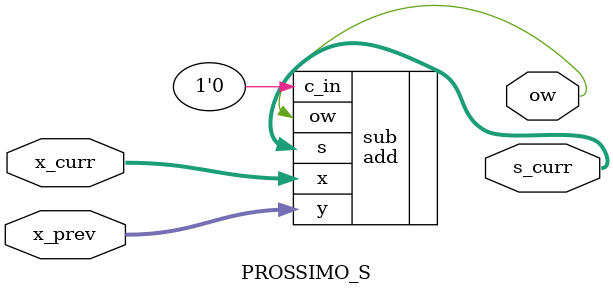
<source format=v>
module ABC(
    rxd, out, signal, ow, clock, reset_
);
    input clock, reset_;
    input rxd;
    output [7:0] out;
    output signal, ow;
    
    reg [7:0] BYTE_CURR, BYTE_PREV;    
    reg [3:0] COUNT_BIT;   // Conta il tempo per cui rxd e' a 0
    reg [2:0] COUNT_BYTE;  // Conta i bit ricevuti
    reg [7:0] OUT;
    reg SIGNAL, OW;
    
    assign out=OUT, signal=SIGNAL, ow=OW;

    wire [7:0] sum;
    wire sum_ow;
    PROSSIMO_S ps (
        .x_curr(BYTE_CURR), .x_prev(BYTE_PREV),
        .s_curr(sum), .ow(sum_ow)
    );

    reg [2:0] STAR;
    localparam S0=0, S1=1, S2=2, S3=3, S4=4;
    
    parameter mark = 1, space = 0;

    always @( reset_==0) #3 
        begin 
            BYTE_CURR <= 0;
            BYTE_PREV <= 0;
            COUNT_BIT <= 0; 
            COUNT_BYTE <= 0;
            STAR <= S0;
        end

    always @(posedge clock) if (reset_==1) #3
        casex(STAR)
            S0: begin 
                SIGNAL <= 0;
                OW <= 0;
                STAR <= (rxd == mark) ? S0 : S1; 
            end
            S1: begin 
                COUNT_BIT <= COUNT_BIT+1; 
                STAR <= (rxd == space) ? S1 : S2;
            end
            S2: begin 
                BYTE_CURR <= {~COUNT_BIT[3], BYTE_CURR[7:1]}; // COUNT_BIT > 7 implica COUNT_BIT[3] == 0
                COUNT_BIT <= 0; 
                COUNT_BYTE <= COUNT_BYTE + 1; 
                STAR <= ( COUNT_BYTE == 7) ? S3 : S0;
            end
            S3: begin
                OUT <= sum;
                STAR <= S4;
            end
            S4: begin 
                SIGNAL <= ~sum_ow;
                OW <= sum_ow;
                BYTE_PREV <= sum_ow ? 0 : BYTE_CURR;
                BYTE_CURR <= 0;
                COUNT_BIT <= 0;
                COUNT_BYTE <= 0;
                STAR <= S0;
            end
        endcase

endmodule

module PROSSIMO_S (
    x_curr, x_prev,
    s_curr, ow
);
    input [7:0] x_curr, x_prev;
    output [7:0] s_curr;
    output ow;

    add #(.N(8)) sub(
        .x(x_curr), .y(x_prev), .c_in(1'b0),
        .s(s_curr), .ow(ow)
    );
    
endmodule
</source>
